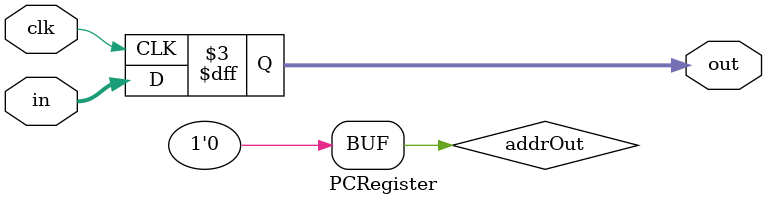
<source format=v>
`timescale 1ns / 1ps

module PCRegister(out,in,clk);
    input clk;
    input [31:0] in;
    output reg [31:0] out;
    initial begin
        addrOut = 32'b00000000000000000000000000000000;
    end

    always @ (posedge clk)
    begin
        out <= in;
    end
    
endmodule
</source>
